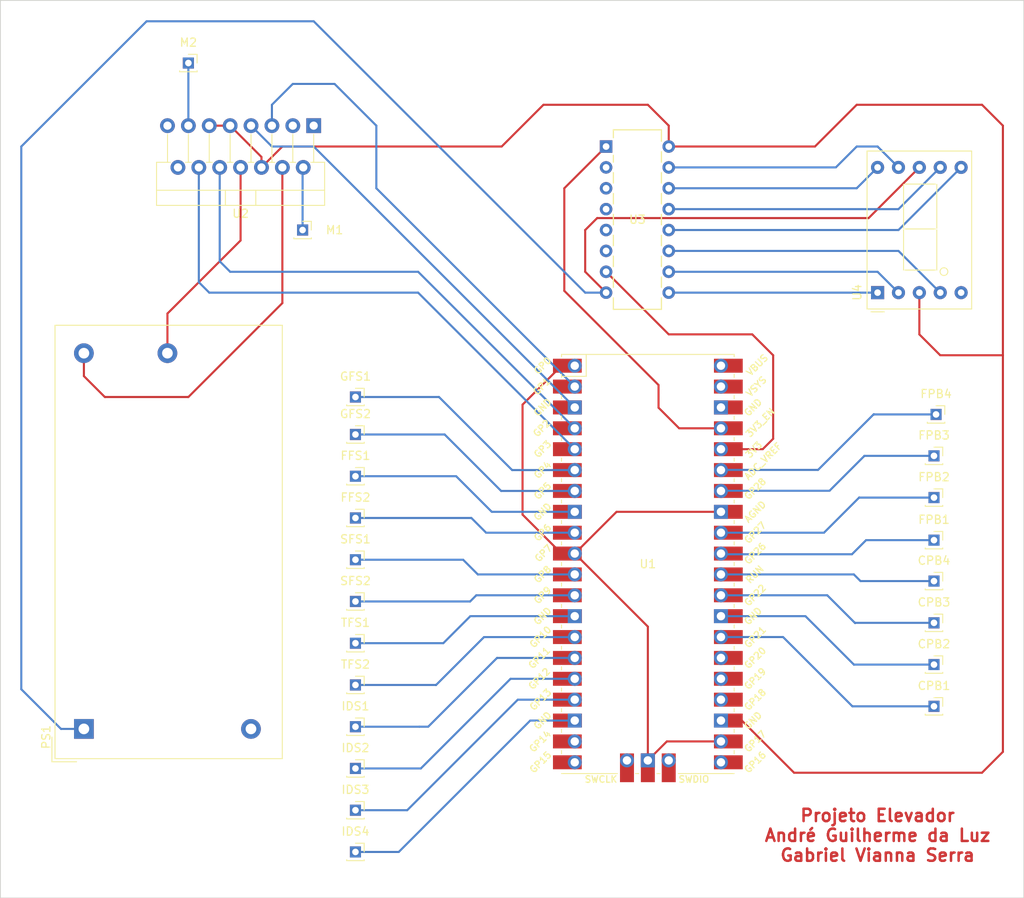
<source format=kicad_pcb>
(kicad_pcb (version 20211014) (generator pcbnew)
  (layers (0 "F.Cu" signal) (31 "B.Cu" signal) (34 "B.Paste" user) (35 "F.Paste" user) (36 "B.SilkS" user "B.Silkscreen") (37 "F.SilkS" user "F.Silkscreen") (38 "B.Mask" user) (39 "F.Mask" user) (44 "Edge.Cuts" user))
  (net 0 "")
  (net 1 "Net-(M1-Pad1)")
  (net 2 "Net-(M2-Pad1)")
  (net 3 "GND")
  (net 4 "AC")
  (net 5 "Net-(PS1-Pad4)")
  (net 6 "Net-(PS1-Pad5)")
  (net 7 "Net-(U1-Pad1)")
  (net 8 "Net-(U1-Pad2)")
  (net 9 "Net-(U1-Pad3)")
  (net 10 "Net-(U1-Pad4)")
  (net 11 "Net-(U1-Pad5)")
  (net 15 "VCC")
  (net 19 "Net-(U1-Pad27)")
  (net 20 "Net-(U1-Pad28)")
  (net 27 "Net-(M1-Pad2)")
  (net 28 "Net-(M2-Pad2)")
  (net 30 "Net-(U1-Pad29)")
  (net 31 "Net-(U1-Pad30)")
  (net 32 "Net-(U1-Pad8)")
  (net 33 "Net-(U1-Pad9)")
  (net 34 "Net-(U1-Pad31)")
  (net 35 "Net-(U1-Pad32)")
  (net 36 "Net-(U1-Pad34)")
  (net 37 "Net-(U1-Pad35)")
  (net 38 "Net-(U1-Pad6)")
  (net 39 "Net-(U1-Pad7)")
  (net 40 "Net-(U1-Pad15)")
  (net 41 "Net-(U1-Pad16)")
  (net 42 "Net-(U1-Pad17)")
  (net 43 "Net-(U1-Pad18)")
  (net 44 "Net-(U1-Pad11)")
  (net 45 "Net-(U1-Pad12)")
  (net 46 "Net-(U1-Pad13)")
  (net 47 "Net-(U1-Pad14)")
  (net 48 "Net-(U1-Pad36)")
  (net 49 "Net-(U1-Pad37)")
  (net 50 "Net-(U3-Pad9)")
  (net 51 "Net-(U3-Pad10)")
  (net 52 "Net-(U3-Pad11)")
  (net 54 "Net-(U3-Pad12)")
  (net 55 "Net-(U3-Pad13)")
  (net 56 "Net-(U3-Pad15)")
  (net 57 "Net-(U3-Pad14)")
  (footprint "MCU_RaspberryPi_and_Boards:RPi_Pico_SMD_TH" (layer "F.Cu") (at 213.36 99.06)
    (fp_text reference "U1" (at 0 0) (layer "F.SilkS"))
    (fp_text value "RP2040")
    (fp_text user "3V3_EN" (at 13.7 -17.2 45) (layer "F.SilkS") (effects (font (size 0.8 0.8))))
    (fp_text user "GP0" (at -12.8 -24.13 45) (layer "F.SilkS") (effects (font (size 0.8 0.8))))
    (fp_text user "AGND" (at 13.054 -6.35 45) (layer "F.SilkS") (effects (font (size 0.8 0.8))))
    (fp_text user "GP9" (at -12.8 3.81 45) (layer "F.SilkS") (effects (font (size 0.8 0.8))))
    (fp_text user "GP20" (at 13.054 11.43 45) (layer "F.SilkS") (effects (font (size 0.8 0.8))))
    (fp_text user "GND" (at -12.8 -19.05 45) (layer "F.SilkS") (effects (font (size 0.8 0.8))))
    (fp_text user "VBUS" (at 13.3 -24.2 45) (layer "F.SilkS") (effects (font (size 0.8 0.8))))
    (fp_text user "GP26" (at 13.054 -1.27 45) (layer "F.SilkS") (effects (font (size 0.8 0.8))))
    (fp_text user "VSYS" (at 13.2 -21.59 45) (layer "F.SilkS") (effects (font (size 0.8 0.8))))
    (fp_text user "GP7" (at -12.7 -1.3 45) (layer "F.SilkS") (effects (font (size 0.8 0.8))))
    (fp_text user "GP12" (at -13.2 13.97 45) (layer "F.SilkS") (effects (font (size 0.8 0.8))))
    (fp_text user "GP8" (at -12.8 1.27 45) (layer "F.SilkS") (effects (font (size 0.8 0.8))))
    (fp_text user "GP17" (at 13.054 21.59 45) (layer "F.SilkS") (effects (font (size 0.8 0.8))))
    (fp_text user "3V3" (at 12.9 -13.9 45) (layer "F.SilkS") (effects (font (size 0.8 0.8))))
    (fp_text user "GP14" (at -13.1 21.59 45) (layer "F.SilkS") (effects (font (size 0.8 0.8))))
    (fp_text user "GP4" (at -12.8 -11.43 45) (layer "F.SilkS") (effects (font (size 0.8 0.8))))
    (fp_text user "GP11" (at -13.2 11.43 45) (layer "F.SilkS") (effects (font (size 0.8 0.8))))
    (fp_text user "GP19" (at 13.054 13.97 45) (layer "F.SilkS") (effects (font (size 0.8 0.8))))
    (fp_text user "GP18" (at 13.054 16.51 45) (layer "F.SilkS") (effects (font (size 0.8 0.8))))
    (fp_text user "GP10" (at -13.054 8.89 45) (layer "F.SilkS") (effects (font (size 0.8 0.8))))
    (fp_text user "GND" (at -12.8 6.35 45) (layer "F.SilkS") (effects (font (size 0.8 0.8))))
    (fp_text user "GP1" (at -12.9 -21.6 45) (layer "F.SilkS") (effects (font (size 0.8 0.8))))
    (fp_text user "GP5" (at -12.8 -8.89 45) (layer "F.SilkS") (effects (font (size 0.8 0.8))))
    (fp_text user "GP13" (at -13.054 16.51 45) (layer "F.SilkS") (effects (font (size 0.8 0.8))))
    (fp_text user "GP2" (at -12.9 -16.51 45) (layer "F.SilkS") (effects (font (size 0.8 0.8))))
    (fp_text user "GND" (at 12.8 19.05 45) (layer "F.SilkS") (effects (font (size 0.8 0.8))))
    (fp_text user "GND" (at 12.8 -19.05 45) (layer "F.SilkS") (effects (font (size 0.8 0.8))))
    (fp_text user "GND" (at -12.8 19.05 45) (layer "F.SilkS") (effects (font (size 0.8 0.8))))
    (fp_text user "GND" (at 12.8 6.35 45) (layer "F.SilkS") (effects (font (size 0.8 0.8))))
    (fp_text user "ADC_VREF" (at 14 -12.5 45) (layer "F.SilkS") (effects (font (size 0.8 0.8))))
    (fp_text user "GP6" (at -12.8 -3.81 45) (layer "F.SilkS") (effects (font (size 0.8 0.8))))
    (fp_text user "GND" (at -12.8 -6.35 45) (layer "F.SilkS") (effects (font (size 0.8 0.8))))
    (fp_text user "GP21" (at 13.054 8.9 45) (layer "F.SilkS") (effects (font (size 0.8 0.8))))
    (fp_text user "SWCLK" (at -5.7 26.2) (layer "F.SilkS") (effects (font (size 0.8 0.8))))
    (fp_text user "GP22" (at 13.054 3.81 45) (layer "F.SilkS") (effects (font (size 0.8 0.8))))
    (fp_text user "GP28" (at 13.054 -9.144 45) (layer "F.SilkS") (effects (font (size 0.8 0.8))))
    (fp_text user "RUN" (at 13 1.27 45) (layer "F.SilkS") (effects (font (size 0.8 0.8))))
    (fp_text user "SWDIO" (at 5.6 26.2) (layer "F.SilkS") (effects (font (size 0.8 0.8))))
    (fp_text user "GP16" (at 13.054 24.13 45) (layer "F.SilkS") (effects (font (size 0.8 0.8))))
    (fp_text user "GP3" (at -12.8 -13.97 45) (layer "F.SilkS") (effects (font (size 0.8 0.8))))
    (fp_text user "GP27" (at 13.054 -3.8 45) (layer "F.SilkS") (effects (font (size 0.8 0.8))))
    (fp_text user "GP15" (at -13.054 24.13 45) (layer "F.SilkS") (effects (font (size 0.8 0.8))))
    (pad "" np_thru_hole oval (at -2.425 -20.97) (size 1.5 1.5) (drill 1.5) (layers *.Cu *.Mask))
    (pad "" np_thru_hole oval (at -2.725 -24) (size 1.8 1.8) (drill 1.8) (layers *.Cu *.Mask))
    (pad "" np_thru_hole oval (at 2.425 -20.97) (size 1.5 1.5) (drill 1.5) (layers *.Cu *.Mask))
    (pad "" np_thru_hole oval (at 2.725 -24) (size 1.8 1.8) (drill 1.8) (layers *.Cu *.Mask))
    (pad "1" thru_hole oval (at -8.89 -24.13) (size 1.7 1.7) (drill 1.02) (layers *.Cu *.Mask) (net 7 "Net-(U1-Pad1)"))
    (pad "1" smd rect (at -8.89 -24.13) (size 3.5 1.7) (drill (offset -0.9 0)) (layers "F.Cu" "F.Mask") (net 7 "Net-(U1-Pad1)"))
    (pad "2" smd rect (at -8.89 -21.59) (size 3.5 1.7) (drill (offset -0.9 0)) (layers "F.Cu" "F.Mask") (net 8 "Net-(U1-Pad2)"))
    (pad "2" thru_hole oval (at -8.89 -21.59) (size 1.7 1.7) (drill 1.02) (layers *.Cu *.Mask) (net 8 "Net-(U1-Pad2)"))
    (pad "3" thru_hole rect (at -8.89 -19.05) (size 1.7 1.7) (drill 1.02) (layers *.Cu *.Mask) (net 9 "Net-(U1-Pad3)"))
    (pad "3" smd rect (at -8.89 -19.05) (size 3.5 1.7) (drill (offset -0.9 0)) (layers "F.Cu" "F.Mask") (net 9 "Net-(U1-Pad3)"))
    (pad "4" thru_hole oval (at -8.89 -16.51) (size 1.7 1.7) (drill 1.02) (layers *.Cu *.Mask) (net 10 "Net-(U1-Pad4)"))
    (pad "4" smd rect (at -8.89 -16.51) (size 3.5 1.7) (drill (offset -0.9 0)) (layers "F.Cu" "F.Mask") (net 10 "Net-(U1-Pad4)"))
    (pad "5" smd rect (at -8.89 -13.97) (size 3.5 1.7) (drill (offset -0.9 0)) (layers "F.Cu" "F.Mask") (net 11 "Net-(U1-Pad5)"))
    (pad "5" thru_hole oval (at -8.89 -13.97) (size 1.7 1.7) (drill 1.02) (layers *.Cu *.Mask) (net 11 "Net-(U1-Pad5)"))
    (pad "6" thru_hole oval (at -8.89 -11.43) (size 1.7 1.7) (drill 1.02) (layers *.Cu *.Mask) (net 38 "Net-(U1-Pad6)"))
    (pad "6" smd rect (at -8.89 -11.43) (size 3.5 1.7) (drill (offset -0.9 0)) (layers "F.Cu" "F.Mask") (net 38 "Net-(U1-Pad6)"))
    (pad "7" thru_hole oval (at -8.89 -8.89) (size 1.7 1.7) (drill 1.02) (layers *.Cu *.Mask) (net 39 "Net-(U1-Pad7)"))
    (pad "7" smd rect (at -8.89 -8.89) (size 3.5 1.7) (drill (offset -0.9 0)) (layers "F.Cu" "F.Mask") (net 39 "Net-(U1-Pad7)"))
    (pad "8" smd rect (at -8.89 -6.35) (size 3.5 1.7) (drill (offset -0.9 0)) (layers "F.Cu" "F.Mask") (net 32 "Net-(U1-Pad8)"))
    (pad "8" thru_hole rect (at -8.89 -6.35) (size 1.7 1.7) (drill 1.02) (layers *.Cu *.Mask) (net 32 "Net-(U1-Pad8)"))
    (pad "9" smd rect (at -8.89 -3.81) (size 3.5 1.7) (drill (offset -0.9 0)) (layers "F.Cu" "F.Mask") (net 33 "Net-(U1-Pad9)"))
    (pad "9" thru_hole oval (at -8.89 -3.81) (size 1.7 1.7) (drill 1.02) (layers *.Cu *.Mask) (net 33 "Net-(U1-Pad9)"))
    (pad "10" smd rect (at -8.89 -1.27) (size 3.5 1.7) (drill (offset -0.9 0)) (layers "F.Cu" "F.Mask") (net 7 "Net-(U1-Pad1)"))
    (pad "10" thru_hole oval (at -8.89 -1.27) (size 1.7 1.7) (drill 1.02) (layers *.Cu *.Mask) (net 7 "Net-(U1-Pad1)"))
    (pad "11" smd rect (at -8.89 1.27) (size 3.5 1.7) (drill (offset -0.9 0)) (layers "F.Cu" "F.Mask") (net 44 "Net-(U1-Pad11)"))
    (pad "11" thru_hole oval (at -8.89 1.27) (size 1.7 1.7) (drill 1.02) (layers *.Cu *.Mask) (net 44 "Net-(U1-Pad11)"))
    (pad "12" smd rect (at -8.89 3.81) (size 3.5 1.7) (drill (offset -0.9 0)) (layers "F.Cu" "F.Mask") (net 45 "Net-(U1-Pad12)"))
    (pad "12" thru_hole oval (at -8.89 3.81) (size 1.7 1.7) (drill 1.02) (layers *.Cu *.Mask) (net 45 "Net-(U1-Pad12)"))
    (pad "13" smd rect (at -8.89 6.35) (size 3.5 1.7) (drill (offset -0.9 0)) (layers "F.Cu" "F.Mask") (net 46 "Net-(U1-Pad13)"))
    (pad "13" thru_hole rect (at -8.89 6.35) (size 1.7 1.7) (drill 1.02) (layers *.Cu *.Mask) (net 46 "Net-(U1-Pad13)"))
    (pad "14" smd rect (at -8.89 8.89) (size 3.5 1.7) (drill (offset -0.9 0)) (layers "F.Cu" "F.Mask") (net 47 "Net-(U1-Pad14)"))
    (pad "14" thru_hole oval (at -8.89 8.89) (size 1.7 1.7) (drill 1.02) (layers *.Cu *.Mask) (net 47 "Net-(U1-Pad14)"))
    (pad "15" smd rect (at -8.89 11.43) (size 3.5 1.7) (drill (offset -0.9 0)) (layers "F.Cu" "F.Mask") (net 40 "Net-(U1-Pad15)"))
    (pad "15" thru_hole oval (at -8.89 11.43) (size 1.7 1.7) (drill 1.02) (layers *.Cu *.Mask) (net 40 "Net-(U1-Pad15)"))
    (pad "16" thru_hole oval (at -8.89 13.97) (size 1.7 1.7) (drill 1.02) (layers *.Cu *.Mask) (net 41 "Net-(U1-Pad16)"))
    (pad "16" smd rect (at -8.89 13.97) (size 3.5 1.7) (drill (offset -0.9 0)) (layers "F.Cu" "F.Mask") (net 41 "Net-(U1-Pad16)"))
    (pad "17" thru_hole oval (at -8.89 16.51) (size 1.7 1.7) (drill 1.02) (layers *.Cu *.Mask) (net 42 "Net-(U1-Pad17)"))
    (pad "17" smd rect (at -8.89 16.51) (size 3.5 1.7) (drill (offset -0.9 0)) (layers "F.Cu" "F.Mask") (net 42 "Net-(U1-Pad17)"))
    (pad "18" smd rect (at -8.89 19.05) (size 3.5 1.7) (drill (offset -0.9 0)) (layers "F.Cu" "F.Mask") (net 43 "Net-(U1-Pad18)"))
    (pad "18" thru_hole rect (at -8.89 19.05) (size 1.7 1.7) (drill 1.02) (layers *.Cu *.Mask) (net 43 "Net-(U1-Pad18)"))
    (pad "19" thru_hole oval (at -8.89 21.59) (size 1.7 1.7) (drill 1.02) (layers *.Cu *.Mask))
    (pad "19" smd rect (at -8.89 21.59) (size 3.5 1.7) (drill (offset -0.9 0)) (layers "F.Cu" "F.Mask"))
    (pad "20" thru_hole oval (at -8.89 24.13) (size 1.7 1.7) (drill 1.02) (layers *.Cu *.Mask))
    (pad "20" smd rect (at -8.89 24.13) (size 3.5 1.7) (drill (offset -0.9 0)) (layers "F.Cu" "F.Mask"))
    (pad "21" thru_hole oval (at 8.89 24.13) (size 1.7 1.7) (drill 1.02) (layers *.Cu *.Mask))
    (pad "21" smd rect (at 8.89 24.13) (size 3.5 1.7) (drill (offset 0.9 0)) (layers "F.Cu" "F.Mask"))
    (pad "22" thru_hole oval (at 8.89 21.59) (size 1.7 1.7) (drill 1.02) (layers *.Cu *.Mask) (net 7 "Net-(U1-Pad1)"))
    (pad "22" smd rect (at 8.89 21.59) (size 3.5 1.7) (drill (offset 0.9 0)) (layers "F.Cu" "F.Mask") (net 7 "Net-(U1-Pad1)"))
    (pad "23" smd rect (at 8.89 19.05) (size 3.5 1.7) (drill (offset 0.9 0)) (layers "F.Cu" "F.Mask") (net 15 "VCC"))
    (pad "23" thru_hole rect (at 8.89 19.05) (size 1.7 1.7) (drill 1.02) (layers *.Cu *.Mask) (net 15 "VCC"))
    (pad "24" thru_hole oval (at 8.89 16.51) (size 1.7 1.7) (drill 1.02) (layers *.Cu *.Mask))
    (pad "24" smd rect (at 8.89 16.51) (size 3.5 1.7) (drill (offset 0.9 0)) (layers "F.Cu" "F.Mask"))
    (pad "25" smd rect (at 8.89 13.97) (size 3.5 1.7) (drill (offset 0.9 0)) (layers "F.Cu" "F.Mask"))
    (pad "25" thru_hole oval (at 8.89 13.97) (size 1.7 1.7) (drill 1.02) (layers *.Cu *.Mask))
    (pad "26" smd rect (at 8.89 11.43) (size 3.5 1.7) (drill (offset 0.9 0)) (layers "F.Cu" "F.Mask"))
    (pad "26" thru_hole oval (at 8.89 11.43) (size 1.7 1.7) (drill 1.02) (layers *.Cu *.Mask))
    (pad "27" smd rect (at 8.89 8.89) (size 3.5 1.7) (drill (offset 0.9 0)) (layers "F.Cu" "F.Mask") (net 19 "Net-(U1-Pad27)"))
    (pad "27" thru_hole oval (at 8.89 8.89) (size 1.7 1.7) (drill 1.02) (layers *.Cu *.Mask) (net 19 "Net-(U1-Pad27)"))
    (pad "28" thru_hole rect (at 8.89 6.35) (size 1.7 1.7) (drill 1.02) (layers *.Cu *.Mask) (net 20 "Net-(U1-Pad28)"))
    (pad "28" smd rect (at 8.89 6.35) (size 3.5 1.7) (drill (offset 0.9 0)) (layers "F.Cu" "F.Mask") (net 20 "Net-(U1-Pad28)"))
    (pad "29" thru_hole oval (at 8.89 3.81) (size 1.7 1.7) (drill 1.02) (layers *.Cu *.Mask) (net 30 "Net-(U1-Pad29)"))
    (pad "29" smd rect (at 8.89 3.81) (size 3.5 1.7) (drill (offset 0.9 0)) (layers "F.Cu" "F.Mask") (net 30 "Net-(U1-Pad29)"))
    (pad "30" thru_hole oval (at 8.89 1.27) (size 1.7 1.7) (drill 1.02) (layers *.Cu *.Mask) (net 31 "Net-(U1-Pad30)"))
    (pad "30" smd rect (at 8.89 1.27) (size 3.5 1.7) (drill (offset 0.9 0)) (layers "F.Cu" "F.Mask") (net 31 "Net-(U1-Pad30)"))
    (pad "31" smd rect (at 8.89 -1.27) (size 3.5 1.7) (drill (offset 0.9 0)) (layers "F.Cu" "F.Mask") (net 34 "Net-(U1-Pad31)"))
    (pad "31" thru_hole oval (at 8.89 -1.27) (size 1.7 1.7) (drill 1.02) (layers *.Cu *.Mask) (net 34 "Net-(U1-Pad31)"))
    (pad "32" smd rect (at 8.89 -3.81) (size 3.5 1.7) (drill (offset 0.9 0)) (layers "F.Cu" "F.Mask") (net 35 "Net-(U1-Pad32)"))
    (pad "32" thru_hole oval (at 8.89 -3.81) (size 1.7 1.7) (drill 1.02) (layers *.Cu *.Mask) (net 35 "Net-(U1-Pad32)"))
    (pad "33" smd rect (at 8.89 -6.35) (size 3.5 1.7) (drill (offset 0.9 0)) (layers "F.Cu" "F.Mask") (net 7 "Net-(U1-Pad1)"))
    (pad "33" thru_hole rect (at 8.89 -6.35) (size 1.7 1.7) (drill 1.02) (layers *.Cu *.Mask) (net 7 "Net-(U1-Pad1)"))
    (pad "34" thru_hole oval (at 8.89 -8.89) (size 1.7 1.7) (drill 1.02) (layers *.Cu *.Mask) (net 36 "Net-(U1-Pad34)"))
    (pad "34" smd rect (at 8.89 -8.89) (size 3.5 1.7) (drill (offset 0.9 0)) (layers "F.Cu" "F.Mask") (net 36 "Net-(U1-Pad34)"))
    (pad "35" smd rect (at 8.89 -11.43) (size 3.5 1.7) (drill (offset 0.9 0)) (layers "F.Cu" "F.Mask") (net 37 "Net-(U1-Pad35)"))
    (pad "35" thru_hole oval (at 8.89 -11.43) (size 1.7 1.7) (drill 1.02) (layers *.Cu *.Mask) (net 37 "Net-(U1-Pad35)"))
    (pad "36" smd rect (at 8.89 -13.97) (size 3.5 1.7) (drill (offset 0.9 0)) (layers "F.Cu" "F.Mask") (net 48 "Net-(U1-Pad36)"))
    (pad "36" thru_hole oval (at 8.89 -13.97) (size 1.7 1.7) (drill 1.02) (layers *.Cu *.Mask) (net 48 "Net-(U1-Pad36)"))
    (pad "37" thru_hole oval (at 8.89 -16.51) (size 1.7 1.7) (drill 1.02) (layers *.Cu *.Mask) (net 49 "Net-(U1-Pad37)"))
    (pad "37" smd rect (at 8.89 -16.51) (size 3.5 1.7) (drill (offset 0.9 0)) (layers "F.Cu" "F.Mask") (net 49 "Net-(U1-Pad37)"))
    (pad "38" smd rect (at 8.89 -19.05) (size 3.5 1.7) (drill (offset 0.9 0)) (layers "F.Cu" "F.Mask"))
    (pad "38" thru_hole rect (at 8.89 -19.05) (size 1.7 1.7) (drill 1.02) (layers *.Cu *.Mask))
    (pad "39" smd rect (at 8.89 -21.59) (size 3.5 1.7) (drill (offset 0.9 0)) (layers "F.Cu" "F.Mask"))
    (pad "39" thru_hole oval (at 8.89 -21.59) (size 1.7 1.7) (drill 1.02) (layers *.Cu *.Mask))
    (pad "40" smd rect (at 8.89 -24.13) (size 3.5 1.7) (drill (offset 0.9 0)) (layers "F.Cu" "F.Mask"))
    (pad "40" thru_hole oval (at 8.89 -24.13) (size 1.7 1.7) (drill 1.02) (layers *.Cu *.Mask))
    (pad "41" smd rect (at -2.54 23.9 90) (size 3.5 1.7) (drill (offset -0.9 0)) (layers "F.Cu" "F.Mask"))
    (pad "41" thru_hole oval (at -2.54 23.9) (size 1.7 1.7) (drill 1.02) (layers *.Cu *.Mask))
    (pad "42" thru_hole rect (at 0 23.9) (size 1.7 1.7) (drill 1.02) (layers *.Cu *.Mask) (net 7 "Net-(U1-Pad1)"))
    (pad "42" smd rect (at 0 23.9 90) (size 3.5 1.7) (drill (offset -0.9 0)) (layers "F.Cu" "F.Mask") (net 7 "Net-(U1-Pad1)"))
    (pad "43" thru_hole oval (at 2.54 23.9) (size 1.7 1.7) (drill 1.02) (layers *.Cu *.Mask))
    (pad "43" smd rect (at 2.54 23.9 90) (size 3.5 1.7) (drill (offset -0.9 0)) (layers "F.Cu" "F.Mask"))
  )
  (footprint "Connector_PinSocket_2.00mm:PinSocket_1x01_P2.00mm_Vertical" (layer "F.Cu") (at 248.41 80.86)
    (fp_text reference "FPB4" (at 0 -2.5) (layer "F.SilkS"))
    (fp_text value "Floor P/B 3")
    (pad "1" thru_hole rect (at 0 0) (size 1.35 1.35) (drill 0.8) (layers *.Cu *.Mask) (net 37 "Net-(U1-Pad35)"))
  )
  (footprint "Connector_PinSocket_2.00mm:PinSocket_1x01_P2.00mm_Vertical" (layer "F.Cu") (at 177.8 108.7)
    (fp_text reference "TFS1" (at 0 -2.5) (layer "F.SilkS"))
    (fp_text value "Third Floor Sensor 1")
    (pad "1" thru_hole rect (at 0 0) (size 1.35 1.35) (drill 0.8) (layers *.Cu *.Mask) (net 46 "Net-(U1-Pad13)"))
  )
  (footprint "Connector_PinSocket_2.00mm:PinSocket_1x01_P2.00mm_Vertical" (layer "F.Cu") (at 177.8 88.38)
    (fp_text reference "FFS1" (at 0 -2.5) (layer "F.SilkS"))
    (fp_text value "First Floor Sensor 1")
    (pad "1" thru_hole rect (at 0 0) (size 1.35 1.35) (drill 0.8) (layers *.Cu *.Mask) (net 32 "Net-(U1-Pad8)"))
  )
  (footprint "Connector_PinSocket_2.00mm:PinSocket_1x01_P2.00mm_Vertical" (layer "F.Cu") (at 248.16 101.14)
    (fp_text reference "CPB4" (at 0 -2.5) (layer "F.SilkS"))
    (fp_text value "Cabin P/B 3")
    (pad "1" thru_hole rect (at 0 0) (size 1.35 1.35) (drill 0.8) (layers *.Cu *.Mask) (net 31 "Net-(U1-Pad30)"))
  )
  (footprint "Connector_PinSocket_2.00mm:PinSocket_1x01_P2.00mm_Vertical" (layer "F.Cu") (at 177.8 98.54)
    (fp_text reference "SFS1" (at 0 -2.5) (layer "F.SilkS"))
    (fp_text value "Second Floor Sensor 1")
    (pad "1" thru_hole rect (at 0 0) (size 1.35 1.35) (drill 0.8) (layers *.Cu *.Mask) (net 44 "Net-(U1-Pad11)"))
  )
  (footprint "Connector_PinSocket_2.00mm:PinSocket_1x01_P2.00mm_Vertical" (layer "F.Cu") (at 248.16 90.98)
    (fp_text reference "FPB2" (at 0 -2.5) (layer "F.SilkS"))
    (fp_text value "Floor P/B 1")
    (pad "1" thru_hole rect (at 0 0) (size 1.35 1.35) (drill 0.8) (layers *.Cu *.Mask) (net 35 "Net-(U1-Pad32)"))
  )
  (footprint "Display_7Segment:D1X8K" (layer "F.Cu") (at 241.3 66.04 90)
    (fp_text reference "U4" (at 0.03 -2.48 90) (layer "F.SilkS"))
    (fp_text value "D1X8K-14BL")
    (pad "1" thru_hole rect (at 0 0) (size 1.6 1.6) (drill 0.8) (layers *.Cu *.Mask) (net 50 "Net-(U3-Pad9)"))
    (pad "2" thru_hole circle (at 0 2.54) (size 1.6 1.6) (drill 0.8) (layers *.Cu *.Mask) (net 51 "Net-(U3-Pad10)"))
    (pad "3" thru_hole circle (at 0 5.08) (size 1.6 1.6) (drill 0.8) (layers *.Cu *.Mask) (net 15 "VCC"))
    (pad "4" thru_hole circle (at 0 7.62) (size 1.6 1.6) (drill 0.8) (layers *.Cu *.Mask) (net 52 "Net-(U3-Pad11)"))
    (pad "5" thru_hole circle (at 0 10.16) (size 1.6 1.6) (drill 0.8) (layers *.Cu *.Mask))
    (pad "6" thru_hole circle (at 15.24 10.16) (size 1.6 1.6) (drill 0.8) (layers *.Cu *.Mask) (net 54 "Net-(U3-Pad12)"))
    (pad "7" thru_hole circle (at 15.24 7.62) (size 1.6 1.6) (drill 0.8) (layers *.Cu *.Mask) (net 55 "Net-(U3-Pad13)"))
    (pad "8" thru_hole circle (at 15.24 5.08) (size 1.6 1.6) (drill 0.8) (layers *.Cu *.Mask) (net 3 "GND"))
    (pad "9" thru_hole circle (at 15.24 2.54) (size 1.6 1.6) (drill 0.8) (layers *.Cu *.Mask) (net 56 "Net-(U3-Pad15)"))
    (pad "10" thru_hole circle (at 15.24 0) (size 1.6 1.6) (drill 0.8) (layers *.Cu *.Mask) (net 57 "Net-(U3-Pad14)"))
  )
  (footprint "Connector_PinSocket_2.00mm:PinSocket_1x01_P2.00mm_Vertical" (layer "F.Cu") (at 171.37 58.42)
    (fp_text reference "M1" (at 3.89 0) (layer "F.SilkS"))
    (fp_text value "Motor_DC")
    (pad "1" thru_hole rect (at 0 0) (size 1.35 1.35) (drill 0.8) (layers *.Cu *.Mask) (net 1 "Net-(M1-Pad1)"))
  )
  (footprint "Library:DIP16_300_TEX" (layer "F.Cu") (at 208.28 48.26)
    (fp_text reference "U3" (at 3.81 8.89 unlocked) (layer "F.SilkS"))
    (fp_text value "74LS48")
    (pad "1" thru_hole rect (at 0 0) (size 1.524 1.524) (drill 0.8128) (layers *.Cu *.Mask) (net 49 "Net-(U1-Pad37)"))
    (pad "2" thru_hole circle (at 0 2.54) (size 1.524 1.524) (drill 0.8128) (layers *.Cu *.Mask))
    (pad "3" thru_hole circle (at 0 5.08) (size 1.524 1.524) (drill 0.8128) (layers *.Cu *.Mask))
    (pad "4" thru_hole circle (at 0 7.62) (size 1.524 1.524) (drill 0.8128) (layers *.Cu *.Mask))
    (pad "5" thru_hole circle (at 0 10.16) (size 1.524 1.524) (drill 0.8128) (layers *.Cu *.Mask))
    (pad "6" thru_hole circle (at 0 12.7) (size 1.524 1.524) (drill 0.8128) (layers *.Cu *.Mask))
    (pad "7" thru_hole circle (at 0 15.24) (size 1.524 1.524) (drill 0.8128) (layers *.Cu *.Mask) (net 48 "Net-(U1-Pad36)"))
    (pad "8" thru_hole circle (at 0 17.78) (size 1.524 1.524) (drill 0.8128) (layers *.Cu *.Mask) (net 3 "GND"))
    (pad "9" thru_hole circle (at 7.62 17.78) (size 1.524 1.524) (drill 0.8128) (layers *.Cu *.Mask) (net 50 "Net-(U3-Pad9)"))
    (pad "10" thru_hole circle (at 7.62 15.24) (size 1.524 1.524) (drill 0.8128) (layers *.Cu *.Mask) (net 51 "Net-(U3-Pad10)"))
    (pad "11" thru_hole circle (at 7.62 12.7) (size 1.524 1.524) (drill 0.8128) (layers *.Cu *.Mask) (net 52 "Net-(U3-Pad11)"))
    (pad "12" thru_hole circle (at 7.62 10.16) (size 1.524 1.524) (drill 0.8128) (layers *.Cu *.Mask) (net 54 "Net-(U3-Pad12)"))
    (pad "13" thru_hole circle (at 7.62 7.62) (size 1.524 1.524) (drill 0.8128) (layers *.Cu *.Mask) (net 55 "Net-(U3-Pad13)"))
    (pad "14" thru_hole circle (at 7.62 5.08) (size 1.524 1.524) (drill 0.8128) (layers *.Cu *.Mask) (net 57 "Net-(U3-Pad14)"))
    (pad "15" thru_hole circle (at 7.62 2.54) (size 1.524 1.524) (drill 0.8128) (layers *.Cu *.Mask) (net 56 "Net-(U3-Pad15)"))
    (pad "16" thru_hole circle (at 7.62 0) (size 1.524 1.524) (drill 0.8128) (layers *.Cu *.Mask) (net 15 "VCC"))
  )
  (footprint "Converter_ACDC:Converter_ACDC_Recom_RAC20-xxSK_THT" (layer "F.Cu") (at 144.7725 119.1275 90)
    (fp_text reference "PS1" (at -1 -4.59 90) (layer "F.SilkS"))
    (fp_text value "RAC20-48SK")
    (pad "1" thru_hole rect (at 0 0 90) (size 2.4 2.4) (drill 1.3) (layers *.Cu *.Mask) (net 3 "GND"))
    (pad "2" thru_hole circle (at 0 20.32 90) (size 2.4 2.4) (drill 1.3) (layers *.Cu *.Mask) (net 4 "AC"))
    (pad "4" thru_hole circle (at 45.72 10.16 90) (size 2.4 2.4) (drill 1.3) (layers *.Cu *.Mask) (net 5 "Net-(PS1-Pad4)"))
    (pad "5" thru_hole circle (at 45.72 0 90) (size 2.4 2.4) (drill 1.3) (layers *.Cu *.Mask) (net 6 "Net-(PS1-Pad5)"))
  )
  (footprint "Connector_PinSocket_2.00mm:PinSocket_1x01_P2.00mm_Vertical" (layer "F.Cu") (at 177.8 134.1)
    (fp_text reference "IDS4" (at 0 -2.5) (layer "F.SilkS"))
    (fp_text value "Infrared Door Sensor 4")
    (pad "1" thru_hole rect (at 0 0) (size 1.35 1.35) (drill 0.8) (layers *.Cu *.Mask) (net 43 "Net-(U1-Pad18)"))
  )
  (footprint "Connector_PinSocket_2.00mm:PinSocket_1x01_P2.00mm_Vertical" (layer "F.Cu") (at 157.48 38.1)
    (fp_text reference "M2" (at 0 -2.5) (layer "F.SilkS"))
    (fp_text value "Motor_DC")
    (pad "1" thru_hole rect (at 0 0) (size 1.35 1.35) (drill 0.8) (layers *.Cu *.Mask) (net 2 "Net-(M2-Pad1)"))
  )
  (footprint "Connector_PinSocket_2.00mm:PinSocket_1x01_P2.00mm_Vertical" (layer "F.Cu") (at 177.8 113.78)
    (fp_text reference "TFS2" (at 0 -2.5) (layer "F.SilkS"))
    (fp_text value "Third Floor Sensor 2")
    (pad "1" thru_hole rect (at 0 0) (size 1.35 1.35) (drill 0.8) (layers *.Cu *.Mask) (net 47 "Net-(U1-Pad14)"))
  )
  (footprint "Connector_PinSocket_2.00mm:PinSocket_1x01_P2.00mm_Vertical" (layer "F.Cu") (at 177.8 118.86)
    (fp_text reference "IDS1" (at 0 -2.5) (layer "F.SilkS"))
    (fp_text value "Infrared Door Sensor 1")
    (pad "1" thru_hole rect (at 0 0) (size 1.35 1.35) (drill 0.8) (layers *.Cu *.Mask) (net 40 "Net-(U1-Pad15)"))
  )
  (footprint "Connector_PinSocket_2.00mm:PinSocket_1x01_P2.00mm_Vertical" (layer "F.Cu") (at 248.16 85.9)
    (fp_text reference "FPB3" (at 0 -2.5) (layer "F.SilkS"))
    (fp_text value "Floor P/B 2")
    (pad "1" thru_hole rect (at 0 0) (size 1.35 1.35) (drill 0.8) (layers *.Cu *.Mask) (net 36 "Net-(U1-Pad34)"))
  )
  (footprint "Package_TO_SOT_THT:TO-220-15_P2.54x2.54mm_StaggerOdd_Lead4.58mm_Vertical" (layer "F.Cu") (at 172.72 45.72 180)
    (fp_text reference "U2" (at 8.89 -10.7) (layer "F.SilkS"))
    (fp_text value "L298N")
    (pad "1" thru_hole rect (at 0 0 180) (size 1.8 1.8) (drill 1) (layers *.Cu *.Mask))
    (pad "2" thru_hole oval (at 1.27 -5.08 180) (size 1.8 1.8) (drill 1) (layers *.Cu *.Mask) (net 1 "Net-(M1-Pad1)"))
    (pad "3" thru_hole oval (at 2.54 0 180) (size 1.8 1.8) (drill 1) (layers *.Cu *.Mask) (net 27 "Net-(M1-Pad2)"))
    (pad "4" thru_hole oval (at 3.81 -5.08 180) (size 1.8 1.8) (drill 1) (layers *.Cu *.Mask) (net 6 "Net-(PS1-Pad5)"))
    (pad "5" thru_hole oval (at 5.08 0 180) (size 1.8 1.8) (drill 1) (layers *.Cu *.Mask) (net 8 "Net-(U1-Pad2)"))
    (pad "6" thru_hole oval (at 6.35 -5.08 180) (size 1.8 1.8) (drill 1) (layers *.Cu *.Mask) (net 15 "VCC"))
    (pad "7" thru_hole oval (at 7.62 0 180) (size 1.8 1.8) (drill 1) (layers *.Cu *.Mask) (net 9 "Net-(U1-Pad3)"))
    (pad "8" thru_hole oval (at 8.89 -5.08 180) (size 1.8 1.8) (drill 1) (layers *.Cu *.Mask) (net 5 "Net-(PS1-Pad4)"))
    (pad "9" thru_hole oval (at 10.16 0 180) (size 1.8 1.8) (drill 1) (layers *.Cu *.Mask) (net 15 "VCC"))
    (pad "10" thru_hole oval (at 11.43 -5.08 180) (size 1.8 1.8) (drill 1) (layers *.Cu *.Mask) (net 10 "Net-(U1-Pad4)"))
    (pad "11" thru_hole oval (at 12.7 0 180) (size 1.8 1.8) (drill 1) (layers *.Cu *.Mask) (net 15 "VCC"))
    (pad "12" thru_hole oval (at 13.97 -5.08 180) (size 1.8 1.8) (drill 1) (layers *.Cu *.Mask) (net 11 "Net-(U1-Pad5)"))
    (pad "13" thru_hole oval (at 15.24 0 180) (size 1.8 1.8) (drill 1) (layers *.Cu *.Mask) (net 2 "Net-(M2-Pad1)"))
    (pad "14" thru_hole oval (at 16.51 -5.08 180) (size 1.8 1.8) (drill 1) (layers *.Cu *.Mask) (net 28 "Net-(M2-Pad2)"))
    (pad "15" thru_hole oval (at 17.78 0 180) (size 1.8 1.8) (drill 1) (layers *.Cu *.Mask))
  )
  (footprint "Connector_PinSocket_2.00mm:PinSocket_1x01_P2.00mm_Vertical" (layer "F.Cu") (at 177.8 78.74)
    (fp_text reference "GFS1" (at 0 -2.5) (layer "F.SilkS"))
    (fp_text value "Ground Floor Sensor 1")
    (pad "1" thru_hole rect (at 0 0) (size 1.35 1.35) (drill 0.8) (layers *.Cu *.Mask) (net 38 "Net-(U1-Pad6)"))
  )
  (footprint "Connector_PinSocket_2.00mm:PinSocket_1x01_P2.00mm_Vertical" (layer "F.Cu") (at 177.8 103.62)
    (fp_text reference "SFS2" (at 0 -2.5) (layer "F.SilkS"))
    (fp_text value "Second Floor Sensor 2")
    (pad "1" thru_hole rect (at 0 0) (size 1.35 1.35) (drill 0.8) (layers *.Cu *.Mask) (net 45 "Net-(U1-Pad12)"))
  )
  (footprint "Connector_PinSocket_2.00mm:PinSocket_1x01_P2.00mm_Vertical" (layer "F.Cu") (at 177.8 129.02)
    (fp_text reference "IDS3" (at 0 -2.5) (layer "F.SilkS"))
    (fp_text value "Infrared Door Sensor 3")
    (pad "1" thru_hole rect (at 0 0) (size 1.35 1.35) (drill 0.8) (layers *.Cu *.Mask) (net 42 "Net-(U1-Pad17)"))
  )
  (footprint "Connector_PinSocket_2.00mm:PinSocket_1x01_P2.00mm_Vertical" (layer "F.Cu") (at 248.16 106.22)
    (fp_text reference "CPB3" (at 0 -2.5) (layer "F.SilkS"))
    (fp_text value "Cabin P/B 2")
    (pad "1" thru_hole rect (at 0 0) (size 1.35 1.35) (drill 0.8) (layers *.Cu *.Mask) (net 30 "Net-(U1-Pad29)"))
  )
  (footprint "Connector_PinSocket_2.00mm:PinSocket_1x01_P2.00mm_Vertical" (layer "F.Cu") (at 248.16 116.38)
    (fp_text reference "CPB1" (at 0 -2.5) (layer "F.SilkS"))
    (fp_text value "Cabin P/B 0")
    (pad "1" thru_hole rect (at 0 0) (size 1.35 1.35) (drill 0.8) (layers *.Cu *.Mask) (net 19 "Net-(U1-Pad27)"))
  )
  (footprint "Connector_PinSocket_2.00mm:PinSocket_1x01_P2.00mm_Vertical" (layer "F.Cu") (at 177.8 123.94)
    (fp_text reference "IDS2" (at 0 -2.5) (layer "F.SilkS"))
    (fp_text value "Infrared Door Sensor 2")
    (pad "1" thru_hole rect (at 0 0) (size 1.35 1.35) (drill 0.8) (layers *.Cu *.Mask) (net 41 "Net-(U1-Pad16)"))
  )
  (footprint "Connector_PinSocket_2.00mm:PinSocket_1x01_P2.00mm_Vertical" (layer "F.Cu") (at 177.8 93.46)
    (fp_text reference "FFS2" (at 0 -2.5) (layer "F.SilkS"))
    (fp_text value "First Floor Sensor 2")
    (pad "1" thru_hole rect (at 0 0) (size 1.35 1.35) (drill 0.8) (layers *.Cu *.Mask) (net 33 "Net-(U1-Pad9)"))
  )
  (footprint "Connector_PinSocket_2.00mm:PinSocket_1x01_P2.00mm_Vertical" (layer "F.Cu") (at 248.16 111.3)
    (fp_text reference "CPB2" (at 0 -2.5) (layer "F.SilkS"))
    (fp_text value "Cabin P/B 1")
    (pad "1" thru_hole rect (at 0 0) (size 1.35 1.35) (drill 0.8) (layers *.Cu *.Mask) (net 20 "Net-(U1-Pad28)"))
  )
  (footprint "Connector_PinSocket_2.00mm:PinSocket_1x01_P2.00mm_Vertical" (layer "F.Cu") (at 177.8 83.3)
    (fp_text reference "GFS2" (at 0 -2.5) (layer "F.SilkS"))
    (fp_text value "Ground Floor Sensor 2")
    (pad "1" thru_hole rect (at 0 0) (size 1.35 1.35) (drill 0.8) (layers *.Cu *.Mask) (net 39 "Net-(U1-Pad7)"))
  )
  (footprint "Connector_PinSocket_2.00mm:PinSocket_1x01_P2.00mm_Vertical" (layer "F.Cu") (at 248.16 96.16)
    (fp_text reference "FPB1" (at 0 -2.5) (layer "F.SilkS"))
    (fp_text value "Floor P/B 0")
    (pad "1" thru_hole rect (at 0 0) (size 1.35 1.35) (drill 0.8) (layers *.Cu *.Mask) (net 34 "Net-(U1-Pad31)"))
  )
  (gr_rect (start 134.62 30.48) (end 259.08 139.7) (layer "Edge.Cuts") (width 0.1) (fill none))
  (gr_text "Projeto Elevador\nAndré Guilherme da Luz\nGabriel Vianna Serra" (at 241.3 132.08) (layer "F.Cu") (effects (font (size 1.5 1.5) (thickness 0.3))))
  (segment (start 171.37 50.88) (end 171.45 50.8) (width 0.25) (layer "B.Cu") (net 1))
  (segment (start 171.37 58.42) (end 171.37 50.88) (width 0.25) (layer "B.Cu") (net 1))
  (segment (start 157.48 38.1) (end 157.48 45.72) (width 0.25) (layer "B.Cu") (net 2))
  (segment (start 208.28 66.04) (end 205.74 63.5) (width 0.25) (layer "F.Cu") (net 3))
  (segment (start 207.193 56.967) (end 240.213 56.967) (width 0.25) (layer "F.Cu") (net 3))
  (segment (start 205.74 63.5) (end 205.74 58.42) (width 0.25) (layer "F.Cu") (net 3))
  (segment (start 205.74 58.42) (end 207.193 56.967) (width 0.25) (layer "F.Cu") (net 3))
  (segment (start 240.213 56.967) (end 246.38 50.8) (width 0.25) (layer "F.Cu") (net 3))
  (segment (start 141.9875 119.1275) (end 137.16 114.3) (width 0.25) (layer "B.Cu") (net 3))
  (segment (start 137.16 114.3) (end 137.16 48.26) (width 0.25) (layer "B.Cu") (net 3))
  (segment (start 152.4 33.02) (end 172.72 33.02) (width 0.25) (layer "B.Cu") (net 3))
  (segment (start 137.16 48.26) (end 152.4 33.02) (width 0.25) (layer "B.Cu") (net 3))
  (segment (start 144.7725 119.1275) (end 141.9875 119.1275) (width 0.25) (layer "B.Cu") (net 3))
  (segment (start 205.74 66.04) (end 208.28 66.04) (width 0.25) (layer "B.Cu") (net 3))
  (segment (start 172.72 33.02) (end 205.74 66.04) (width 0.25) (layer "B.Cu") (net 3))
  (segment (start 154.9325 73.4075) (end 154.9325 68.5875) (width 0.25) (layer "F.Cu") (net 5))
  (segment (start 154.9325 68.5875) (end 163.83 59.69) (width 0.25) (layer "F.Cu") (net 5))
  (segment (start 163.83 59.69) (end 163.83 50.8) (width 0.25) (layer "F.Cu") (net 5))
  (segment (start 168.91 67.31) (end 168.91 50.8) (width 0.25) (layer "F.Cu") (net 6))
  (segment (start 144.7725 73.4075) (end 144.7725 76.1925) (width 0.25) (layer "F.Cu") (net 6))
  (segment (start 144.7725 76.1925) (end 147.32 78.74) (width 0.25) (layer "F.Cu") (net 6))
  (segment (start 147.32 78.74) (end 157.48 78.74) (width 0.25) (layer "F.Cu") (net 6))
  (segment (start 157.48 78.74) (end 168.91 67.31) (width 0.25) (layer "F.Cu") (net 6))
  (segment (start 213.36 106.68) (end 213.36 122.96) (width 0.25) (layer "F.Cu") (net 7))
  (segment (start 202.86 97.79) (end 204.47 97.79) (width 0.25) (layer "F.Cu") (net 7))
  (segment (start 202.86 74.93) (end 198.12 79.67) (width 0.25) (layer "F.Cu") (net 7))
  (segment (start 198.12 93.05) (end 202.86 97.79) (width 0.25) (layer "F.Cu") (net 7))
  (segment (start 209.55 92.71) (end 222.25 92.71) (width 0.25) (layer "F.Cu") (net 7))
  (segment (start 213.36 122.96) (end 215.67 120.65) (width 0.25) (layer "F.Cu") (net 7))
  (segment (start 204.47 74.93) (end 202.86 74.93) (width 0.25) (layer "F.Cu") (net 7))
  (segment (start 215.67 120.65) (end 222.25 120.65) (width 0.25) (layer "F.Cu") (net 7))
  (segment (start 198.12 79.67) (end 198.12 93.05) (width 0.25) (layer "F.Cu") (net 7))
  (segment (start 204.47 97.79) (end 209.55 92.71) (width 0.25) (layer "F.Cu") (net 7))
  (segment (start 204.47 97.79) (end 213.36 106.68) (width 0.25) (layer "F.Cu") (net 7))
  (segment (start 204.47 77.47) (end 180.34 53.34) (width 0.25) (layer "B.Cu") (net 8))
  (segment (start 170.18 40.64) (end 167.64 43.18) (width 0.25) (layer "B.Cu") (net 8))
  (segment (start 167.64 43.18) (end 167.64 45.72) (width 0.25) (layer "B.Cu") (net 8))
  (segment (start 180.34 53.34) (end 180.34 45.72) (width 0.25) (layer "B.Cu") (net 8))
  (segment (start 175.26 40.64) (end 170.18 40.64) (width 0.25) (layer "B.Cu") (net 8))
  (segment (start 180.34 45.72) (end 175.26 40.64) (width 0.25) (layer "B.Cu") (net 8))
  (segment (start 204.47 80.01) (end 172.72 48.26) (width 0.25) (layer "B.Cu") (net 9))
  (segment (start 167.64 48.26) (end 165.1 45.72) (width 0.25) (layer "B.Cu") (net 9))
  (segment (start 172.72 48.26) (end 167.64 48.26) (width 0.25) (layer "B.Cu") (net 9))
  (segment (start 204.47 82.55) (end 185.42 63.5) (width 0.25) (layer "B.Cu") (net 10))
  (segment (start 162.56 63.5) (end 161.29 62.23) (width 0.25) (layer "B.Cu") (net 10))
  (segment (start 185.42 63.5) (end 162.56 63.5) (width 0.25) (layer "B.Cu") (net 10))
  (segment (start 161.29 62.23) (end 161.29 50.8) (width 0.25) (layer "B.Cu") (net 10))
  (segment (start 204.47 85.09) (end 185.42 66.04) (width 0.25) (layer "B.Cu") (net 11))
  (segment (start 185.42 66.04) (end 160.02 66.04) (width 0.25) (layer "B.Cu") (net 11))
  (segment (start 158.75 64.77) (end 158.75 50.8) (width 0.25) (layer "B.Cu") (net 11))
  (segment (start 160.02 66.04) (end 158.75 64.77) (width 0.25) (layer "B.Cu") (net 11))
  (segment (start 160.02 45.72) (end 162.56 45.72) (width 0.25) (layer "F.Cu") (net 15))
  (segment (start 246.38 71.12) (end 248.92 73.66) (width 0.25) (layer "F.Cu") (net 15))
  (segment (start 246.38 66.04) (end 246.38 71.12) (width 0.25) (layer "F.Cu") (net 15))
  (segment (start 254 43.18) (end 256.54 45.72) (width 0.25) (layer "F.Cu") (net 15))
  (segment (start 215.9 48.26) (end 233.68 48.26) (width 0.25) (layer "F.Cu") (net 15))
  (segment (start 231.14 124.46) (end 226.06 119.38) (width 0.25) (layer "F.Cu") (net 15))
  (segment (start 238.76 43.18) (end 254 43.18) (width 0.25) (layer "F.Cu") (net 15))
  (segment (start 168.91 48.26) (end 195.58 48.26) (width 0.25) (layer "F.Cu") (net 15))
  (segment (start 162.56 45.72) (end 166.37 49.53) (width 0.25) (layer "F.Cu") (net 15))
  (segment (start 256.54 45.72) (end 256.54 121.92) (width 0.25) (layer "F.Cu") (net 15))
  (segment (start 200.66 43.18) (end 213.36 43.18) (width 0.25) (layer "F.Cu") (net 15))
  (segment (start 195.58 48.26) (end 200.66 43.18) (width 0.25) (layer "F.Cu") (net 15))
  (segment (start 215.9 45.72) (end 215.9 48.26) (width 0.25) (layer "F.Cu") (net 15))
  (segment (start 222.25 118.11) (end 224.79 118.11) (width 0.25) (layer "F.Cu") (net 15))
  (segment (start 166.37 49.53) (end 166.37 50.8) (width 0.25) (layer "F.Cu") (net 15))
  (segment (start 166.37 50.8) (end 168.91 48.26) (width 0.25) (layer "F.Cu") (net 15))
  (segment (start 254 124.46) (end 231.14 124.46) (width 0.25) (layer "F.Cu") (net 15))
  (segment (start 256.54 121.92) (end 254 124.46) (width 0.25) (layer "F.Cu") (net 15))
  (segment (start 224.79 118.11) (end 226.06 119.38) (width 0.25) (layer "F.Cu") (net 15))
  (segment (start 213.36 43.18) (end 215.9 45.72) (width 0.25) (layer "F.Cu") (net 15))
  (segment (start 233.68 48.26) (end 238.76 43.18) (width 0.25) (layer "F.Cu") (net 15))
  (segment (start 248.92 73.66) (end 256.54 73.66) (width 0.25) (layer "F.Cu") (net 15))
  (segment (start 238.23439 116.38) (end 248.16 116.38) (width 0.25) (layer "B.Cu") (net 19))
  (segment (start 222.25 107.95) (end 229.80439 107.95) (width 0.25) (layer "B.Cu") (net 19))
  (segment (start 229.80439 107.95) (end 238.23439 116.38) (width 0.25) (layer "B.Cu") (net 19))
  (segment (start 238.431485 111.31632) (end 238.447805 111.3) (width 0.25) (layer "B.Cu") (net 20))
  (segment (start 238.447805 111.3) (end 248.16 111.3) (width 0.25) (layer "B.Cu") (net 20))
  (segment (start 222.25 105.41) (end 232.525165 105.41) (width 0.25) (layer "B.Cu") (net 20))
  (segment (start 232.525165 105.41) (end 238.431485 111.31632) (width 0.25) (layer "B.Cu") (net 20))
  (segment (start 238.583944 106.22) (end 248.16 106.22) (width 0.25) (layer "B.Cu") (net 30))
  (segment (start 238.558251 106.245693) (end 238.583944 106.22) (width 0.25) (layer "B.Cu") (net 30))
  (segment (start 222.25 102.87) (end 235.182558 102.87) (width 0.25) (layer "B.Cu") (net 30))
  (segment (start 235.182558 102.87) (end 238.558251 106.245693) (width 0.25) (layer "B.Cu") (net 30))
  (segment (start 238.410396 100.33) (end 239.220396 101.14) (width 0.25) (layer "B.Cu") (net 31))
  (segment (start 239.220396 101.14) (end 248.16 101.14) (width 0.25) (layer "B.Cu") (net 31))
  (segment (start 222.25 100.33) (end 238.410396 100.33) (width 0.25) (layer "B.Cu") (net 31))
  (segment (start 190.04807 88.38) (end 194.37807 92.71) (width 0.25) (layer "B.Cu") (net 32))
  (segment (start 177.8 88.38) (end 190.04807 88.38) (width 0.25) (layer "B.Cu") (net 32))
  (segment (start 194.37807 92.71) (end 204.47 92.71) (width 0.25) (layer "B.Cu") (net 32))
  (segment (start 191.895544 93.46) (end 193.685544 95.25) (width 0.25) (layer "B.Cu") (net 33))
  (segment (start 193.685544 95.25) (end 204.47 95.25) (width 0.25) (layer "B.Cu") (net 33))
  (segment (start 177.8 93.46) (end 191.895544 93.46) (width 0.25) (layer "B.Cu") (net 33))
  (segment (start 239.897111 96.16) (end 248.16 96.16) (width 0.25) (layer "B.Cu") (net 34))
  (segment (start 238.177953 97.879158) (end 239.897111 96.16) (width 0.25) (layer "B.Cu") (net 34))
  (segment (start 222.339158 97.879158) (end 238.177953 97.879158) (width 0.25) (layer "B.Cu") (net 34))
  (segment (start 222.25 97.79) (end 222.339158 97.879158) (width 0.25) (layer "B.Cu") (net 34))
  (segment (start 239.065314 90.970428) (end 239.074886 90.98) (width 0.25) (layer "B.Cu") (net 35))
  (segment (start 239.074886 90.98) (end 248.16 90.98) (width 0.25) (layer "B.Cu") (net 35))
  (segment (start 234.785742 95.25) (end 239.065314 90.970428) (width 0.25) (layer "B.Cu") (net 35))
  (segment (start 222.25 95.25) (end 234.785742 95.25) (width 0.25) (layer "B.Cu") (net 35))
  (segment (start 235.452492 90.146451) (end 239.699142 85.899801) (width 0.25) (layer "B.Cu") (net 36))
  (segment (start 222.25 90.17) (end 222.273549 90.146451) (width 0.25) (layer "B.Cu") (net 36))
  (segment (start 222.273549 90.146451) (end 235.452492 90.146451) (width 0.25) (layer "B.Cu") (net 36))
  (segment (start 239.699341 85.9) (end 248.16 85.9) (width 0.25) (layer "B.Cu") (net 36))
  (segment (start 239.699142 85.899801) (end 239.699341 85.9) (width 0.25) (layer "B.Cu") (net 36))
  (segment (start 234.058069 87.611138) (end 240.840033 80.829174) (width 0.25) (layer "B.Cu") (net 37))
  (segment (start 240.870859 80.86) (end 248.41 80.86) (width 0.25) (layer "B.Cu") (net 37))
  (segment (start 222.25 87.63) (end 222.268862 87.611138) (width 0.25) (layer "B.Cu") (net 37))
  (segment (start 222.268862 87.611138) (end 234.058069 87.611138) (width 0.25) (layer "B.Cu") (net 37))
  (segment (start 240.840033 80.829174) (end 240.870859 80.86) (width 0.25) (layer "B.Cu") (net 37))
  (segment (start 177.8 78.74) (end 187.96 78.74) (width 0.25) (layer "B.Cu") (net 38))
  (segment (start 196.85 87.63) (end 204.47 87.63) (width 0.25) (layer "B.Cu") (net 38))
  (segment (start 187.96 78.74) (end 196.85 87.63) (width 0.25) (layer "B.Cu") (net 38))
  (segment (start 177.8 83.3) (end 188.644274 83.3) (width 0.25) (layer "B.Cu") (net 39))
  (segment (start 188.644274 83.3) (end 195.514274 90.17) (width 0.25) (layer "B.Cu") (net 39))
  (segment (start 195.514274 90.17) (end 204.47 90.17) (width 0.25) (layer "B.Cu") (net 39))
  (segment (start 185.570197 118.858877) (end 185.569074 118.86) (width 0.25) (layer "B.Cu") (net 40))
  (segment (start 204.47 110.49) (end 195.016583 110.49) (width 0.25) (layer "B.Cu") (net 40))
  (segment (start 195.016583 110.49) (end 186.647706 118.858877) (width 0.25) (layer "B.Cu") (net 40))
  (segment (start 185.569074 118.86) (end 177.8 118.86) (width 0.25) (layer "B.Cu") (net 40))
  (segment (start 186.647706 118.858877) (end 185.570197 118.858877) (width 0.25) (layer "B.Cu") (net 40))
  (segment (start 204.47 113.03) (end 196.659851 113.03) (width 0.25) (layer "B.Cu") (net 41))
  (segment (start 196.659851 113.03) (end 185.749851 123.94) (width 0.25) (layer "B.Cu") (net 41))
  (segment (start 185.749851 123.94) (end 177.8 123.94) (width 0.25) (layer "B.Cu") (net 41))
  (segment (start 204.47 115.57) (end 197.542524 115.57) (width 0.25) (layer "B.Cu") (net 42))
  (segment (start 197.542524 115.57) (end 184.092524 129.02) (width 0.25) (layer "B.Cu") (net 42))
  (segment (start 184.092524 129.02) (end 177.8 129.02) (width 0.25) (layer "B.Cu") (net 42))
  (segment (start 183.069026 134.1) (end 177.8 134.1) (width 0.25) (layer "B.Cu") (net 43))
  (segment (start 204.47 118.11) (end 199.059026 118.11) (width 0.25) (layer "B.Cu") (net 43))
  (segment (start 199.059026 118.11) (end 183.069026 134.1) (width 0.25) (layer "B.Cu") (net 43))
  (segment (start 192.680792 100.33) (end 204.47 100.33) (width 0.25) (layer "B.Cu") (net 44))
  (segment (start 190.890792 98.54) (end 192.680792 100.33) (width 0.25) (layer "B.Cu") (net 44))
  (segment (start 177.8 98.54) (end 190.890792 98.54) (width 0.25) (layer "B.Cu") (net 44))
  (segment (start 191.745329 103.62) (end 192.495329 102.87) (width 0.25) (layer "B.Cu") (net 45))
  (segment (start 192.495329 102.87) (end 204.47 102.87) (width 0.25) (layer "B.Cu") (net 45))
  (segment (start 177.8 103.62) (end 191.745329 103.62) (width 0.25) (layer "B.Cu") (net 45))
  (segment (start 177.8 108.7) (end 188.48 108.7) (width 0.25) (layer "B.Cu") (net 46))
  (segment (start 191.77 105.41) (end 204.47 105.41) (width 0.25) (layer "B.Cu") (net 46))
  (segment (start 188.48 108.7) (end 191.77 105.41) (width 0.25) (layer "B.Cu") (net 46))
  (segment (start 187.598448 113.78825) (end 187.590198 113.78) (width 0.25) (layer "B.Cu") (net 47))
  (segment (start 204.462971 107.957029) (end 193.429669 107.957029) (width 0.25) (layer "B.Cu") (net 47))
  (segment (start 193.429669 107.957029) (end 187.598448 113.78825) (width 0.25) (layer "B.Cu") (net 47))
  (segment (start 187.590198 113.78) (end 177.8 113.78) (width 0.25) (layer "B.Cu") (net 47))
  (segment (start 204.47 107.95) (end 204.462971 107.957029) (width 0.25) (layer "B.Cu") (net 47))
  (segment (start 228.6 83.82) (end 227.33 85.09) (width 0.25) (layer "F.Cu") (net 48))
  (segment (start 227.33 85.09) (end 222.25 85.09) (width 0.25) (layer "F.Cu") (net 48))
  (segment (start 228.6 73.66) (end 228.6 83.82) (width 0.25) (layer "F.Cu") (net 48))
  (segment (start 208.28 63.5) (end 215.9 71.12) (width 0.25) (layer "F.Cu") (net 48))
  (segment (start 226.06 71.12) (end 228.6 73.66) (width 0.25) (layer "F.Cu") (net 48))
  (segment (start 215.9 71.12) (end 226.06 71.12) (width 0.25) (layer "F.Cu") (net 48))
  (segment (start 214.659999 77.281875) (end 214.659999 80.039999) (width 0.25) (layer "F.Cu") (net 49))
  (segment (start 217.17 82.55) (end 222.25 82.55) (width 0.25) (layer "F.Cu") (net 49))
  (segment (start 214.659999 80.039999) (end 217.17 82.55) (width 0.25) (layer "F.Cu") (net 49))
  (segment (start 208.28 48.26) (end 203.2 53.34) (width 0.25) (layer "F.Cu") (net 49))
  (segment (start 203.2 53.34) (end 203.2 65.821876) (width 0.25) (layer "F.Cu") (net 49))
  (segment (start 203.2 65.821876) (end 214.659999 77.281875) (width 0.25) (layer "F.Cu") (net 49))
  (segment (start 215.9 66.04) (end 241.3 66.04) (width 0.25) (layer "B.Cu") (net 50))
  (segment (start 241.3 63.5) (end 243.84 66.04) (width 0.25) (layer "B.Cu") (net 51))
  (segment (start 215.9 63.5) (end 241.3 63.5) (width 0.25) (layer "B.Cu") (net 51))
  (segment (start 243.84 60.96) (end 248.92 66.04) (width 0.25) (layer "B.Cu") (net 52))
  (segment (start 215.9 60.96) (end 243.84 60.96) (width 0.25) (layer "B.Cu") (net 52))
  (segment (start 215.9 58.42) (end 243.84 58.42) (width 0.25) (layer "B.Cu") (net 54))
  (segment (start 243.84 58.42) (end 251.46 50.8) (width 0.25) (layer "B.Cu") (net 54))
  (segment (start 215.9 55.88) (end 243.84 55.88) (width 0.25) (layer "B.Cu") (net 55))
  (segment (start 243.84 55.88) (end 248.92 50.8) (width 0.25) (layer "B.Cu") (net 55))
  (segment (start 215.9 50.8) (end 236.22 50.8) (width 0.25) (layer "B.Cu") (net 56))
  (segment (start 238.76 48.26) (end 241.3 48.26) (width 0.25) (layer "B.Cu") (net 56))
  (segment (start 236.22 50.8) (end 238.76 48.26) (width 0.25) (layer "B.Cu") (net 56))
  (segment (start 241.3 48.26) (end 243.84 50.8) (width 0.25) (layer "B.Cu") (net 56))
  (segment (start 215.9 53.34) (end 238.76 53.34) (width 0.25) (layer "B.Cu") (net 57))
  (segment (start 238.76 53.34) (end 241.3 50.8) (width 0.25) (layer "B.Cu") (net 57))
)
</source>
